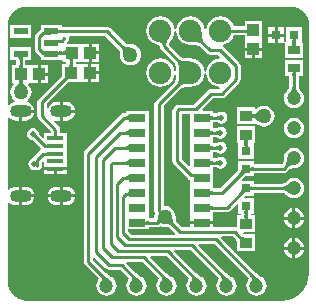
<source format=gtl>
G04*
G04 #@! TF.GenerationSoftware,Altium Limited,Altium Designer,20.2.6 (244)*
G04*
G04 Layer_Physical_Order=1*
G04 Layer_Color=255*
%FSLAX25Y25*%
%MOIN*%
G70*
G04*
G04 #@! TF.SameCoordinates,3022D20F-0E7D-494E-A21C-2806337C0760*
G04*
G04*
G04 #@! TF.FilePolarity,Positive*
G04*
G01*
G75*
%ADD12C,0.01000*%
%ADD17R,0.05512X0.01575*%
%ADD18R,0.05709X0.02559*%
%ADD19R,0.05118X0.02362*%
%ADD20R,0.03937X0.03150*%
%ADD21R,0.03937X0.03543*%
%ADD22R,0.03150X0.03150*%
%ADD23R,0.03150X0.03150*%
%ADD24R,0.03937X0.03937*%
%ADD25R,0.03937X0.03937*%
%ADD37O,0.07284X0.04134*%
%ADD38C,0.07480*%
%ADD39C,0.04724*%
%ADD40C,0.02000*%
%ADD41C,0.05000*%
G36*
X96536Y98862D02*
X97688Y98512D01*
X98750Y97944D01*
X99681Y97181D01*
X100444Y96250D01*
X101012Y95188D01*
X101362Y94036D01*
X101477Y92868D01*
X101471Y92838D01*
Y10000D01*
X101486Y9924D01*
X101321Y8246D01*
X100809Y6558D01*
X99978Y5004D01*
X98859Y3641D01*
X97496Y2522D01*
X95942Y1691D01*
X94254Y1180D01*
X92576Y1014D01*
X92500Y1029D01*
X7328D01*
X7296Y1023D01*
X6098Y1141D01*
X4914Y1500D01*
X3823Y2083D01*
X2867Y2867D01*
X2083Y3823D01*
X1500Y4914D01*
X1141Y6098D01*
X1023Y7296D01*
X1029Y7328D01*
Y33691D01*
X1529Y33861D01*
X1624Y33738D01*
X2265Y33246D01*
X3011Y32937D01*
X3811Y32832D01*
X4886D01*
Y35925D01*
Y39019D01*
X3811D01*
X3011Y38913D01*
X2265Y38604D01*
X1624Y38113D01*
X1529Y37990D01*
X1029Y38159D01*
Y61841D01*
X1529Y62011D01*
X1624Y61887D01*
X2265Y61396D01*
X3011Y61087D01*
X3811Y60981D01*
X4886D01*
Y64075D01*
X5386D01*
Y64575D01*
X9988D01*
X9949Y64875D01*
X9640Y65622D01*
X9148Y66262D01*
X8507Y66754D01*
X7761Y67063D01*
X7616Y67082D01*
X7476Y67605D01*
X7996Y68004D01*
X8557Y68735D01*
X8910Y69586D01*
X9030Y70500D01*
X8910Y71414D01*
X8557Y72265D01*
X7996Y72996D01*
X7950Y73032D01*
X7948Y73051D01*
X8164Y73532D01*
X8319Y73532D01*
X8681D01*
X8819Y73532D01*
X11150D01*
Y76500D01*
Y79469D01*
X8819D01*
X8681Y79469D01*
X8319D01*
X8181Y79469D01*
X6880D01*
Y81079D01*
X8941D01*
Y85441D01*
X1823D01*
Y81079D01*
X3821D01*
Y79469D01*
X2382D01*
Y73532D01*
X2844D01*
X3054Y73070D01*
X3050Y73032D01*
X3004Y72996D01*
X2443Y72265D01*
X2090Y71414D01*
X1970Y70500D01*
X2090Y69586D01*
X2443Y68735D01*
X3004Y68004D01*
X3491Y67630D01*
X3350Y67107D01*
X3011Y67063D01*
X2265Y66754D01*
X1624Y66262D01*
X1529Y66139D01*
X1029Y66309D01*
Y92838D01*
X1023Y92868D01*
X1138Y94036D01*
X1488Y95188D01*
X2056Y96250D01*
X2819Y97181D01*
X3750Y97944D01*
X4812Y98512D01*
X5964Y98862D01*
X7132Y98977D01*
X7162Y98971D01*
X95338D01*
X95368Y98977D01*
X96536Y98862D01*
D02*
G37*
G36*
X6255Y82093D02*
X6170Y82062D01*
X6095Y82012D01*
X6030Y81941D01*
X5975Y81850D01*
X5930Y81738D01*
X5895Y81607D01*
X5870Y81455D01*
X5855Y81283D01*
X5850Y81091D01*
X4850D01*
X4845Y81283D01*
X4830Y81455D01*
X4805Y81607D01*
X4770Y81738D01*
X4725Y81850D01*
X4670Y81941D01*
X4605Y82012D01*
X4530Y82062D01*
X4445Y82093D01*
X4350Y82103D01*
X6350D01*
X6255Y82093D01*
D02*
G37*
G36*
X5855Y79264D02*
X5870Y79092D01*
X5895Y78940D01*
X5930Y78809D01*
X5975Y78698D01*
X6030Y78606D01*
X6095Y78536D01*
X6170Y78485D01*
X6255Y78455D01*
X6350Y78444D01*
X4350D01*
X4445Y78455D01*
X4530Y78485D01*
X4605Y78536D01*
X4670Y78606D01*
X4725Y78698D01*
X4770Y78809D01*
X4805Y78940D01*
X4830Y79092D01*
X4845Y79264D01*
X4850Y79457D01*
X5850D01*
X5855Y79264D01*
D02*
G37*
G36*
X6405Y74545D02*
X6320Y74515D01*
X6245Y74464D01*
X6180Y74394D01*
X6125Y74303D01*
X6080Y74191D01*
X6048Y74072D01*
X6050Y74063D01*
X6112Y73860D01*
X6200Y73653D01*
X6312Y73439D01*
X6450Y73220D01*
X6612Y72995D01*
X6800Y72764D01*
X7250Y72285D01*
X3750D01*
X3988Y72527D01*
X4388Y72995D01*
X4550Y73220D01*
X4688Y73439D01*
X4800Y73653D01*
X4888Y73860D01*
X4950Y74063D01*
X4952Y74072D01*
X4920Y74191D01*
X4875Y74303D01*
X4820Y74394D01*
X4755Y74464D01*
X4680Y74515D01*
X4595Y74545D01*
X4500Y74555D01*
X6500D01*
X6405Y74545D01*
D02*
G37*
%LPC*%
G36*
X72000Y95781D02*
X70763Y95618D01*
X69609Y95140D01*
X68619Y94381D01*
X67860Y93391D01*
X67382Y92237D01*
X67252Y91252D01*
X66748D01*
X66618Y92237D01*
X66141Y93391D01*
X65381Y94381D01*
X64390Y95140D01*
X63237Y95618D01*
X62000Y95781D01*
X60763Y95618D01*
X59610Y95140D01*
X58619Y94381D01*
X57859Y93391D01*
X57382Y92237D01*
X57252Y91252D01*
X56748D01*
X56618Y92237D01*
X56141Y93391D01*
X55381Y94381D01*
X54391Y95140D01*
X53237Y95618D01*
X52000Y95781D01*
X50763Y95618D01*
X49610Y95140D01*
X48619Y94381D01*
X47859Y93391D01*
X47382Y92237D01*
X47219Y91000D01*
X47382Y89763D01*
X47859Y88609D01*
X48619Y87619D01*
X49610Y86860D01*
X50763Y86382D01*
X50943Y86358D01*
X51155Y86301D01*
X51331Y86236D01*
X51464Y86171D01*
X51557Y86110D01*
X51617Y86058D01*
X51654Y86014D01*
X51678Y85974D01*
X51697Y85926D01*
X51711Y85862D01*
Y85760D01*
X51722Y85703D01*
X51723Y85693D01*
X51728Y85673D01*
X51827Y85175D01*
X52158Y84679D01*
X56762Y80075D01*
X56772Y80064D01*
X56843Y79948D01*
X56922Y79776D01*
X57000Y79545D01*
X57073Y79258D01*
X57135Y78917D01*
X57183Y78534D01*
X57238Y77578D01*
X57239Y77353D01*
X56739Y77319D01*
X56618Y78237D01*
X56141Y79391D01*
X55381Y80381D01*
X54391Y81141D01*
X53237Y81618D01*
X52000Y81781D01*
X50763Y81618D01*
X49610Y81141D01*
X48619Y80381D01*
X47859Y79391D01*
X47382Y78237D01*
X47219Y77000D01*
X47382Y75763D01*
X47859Y74610D01*
X48619Y73619D01*
X49610Y72860D01*
X50763Y72382D01*
X52000Y72219D01*
X53237Y72382D01*
X54391Y72860D01*
X55381Y73619D01*
X56141Y74610D01*
X56618Y75763D01*
X56739Y76681D01*
X57239Y76647D01*
X57238Y76422D01*
X57183Y75466D01*
X57135Y75083D01*
X57073Y74742D01*
X57000Y74455D01*
X56922Y74224D01*
X56843Y74052D01*
X56772Y73936D01*
X56762Y73925D01*
X50419Y67581D01*
X50087Y67085D01*
X49971Y66500D01*
Y31036D01*
X50087Y30450D01*
X50217Y30256D01*
X50090Y29949D01*
X49970Y29035D01*
X49987Y28905D01*
X49657Y28529D01*
X48126D01*
Y29280D01*
X48126D01*
Y29721D01*
X48126D01*
Y34280D01*
X48126Y34280D01*
Y34721D01*
X48126D01*
X48126Y34780D01*
Y39279D01*
X48126D01*
Y39720D01*
X48126D01*
Y44280D01*
X48126D01*
Y44721D01*
X48126D01*
Y49279D01*
X48126D01*
Y49720D01*
X48126D01*
Y54280D01*
X48126D01*
Y54720D01*
X48126D01*
Y59280D01*
X48126D01*
Y59720D01*
X48126D01*
Y64280D01*
X40417D01*
Y63529D01*
X40000D01*
X39415Y63413D01*
X38919Y63081D01*
X26919Y51081D01*
X26587Y50585D01*
X26471Y50000D01*
Y14000D01*
X26587Y13415D01*
X26919Y12919D01*
X31357Y8480D01*
X31279Y8006D01*
X31251Y7941D01*
X31063Y7696D01*
X30724Y6878D01*
X30609Y6000D01*
X30724Y5122D01*
X31063Y4304D01*
X31602Y3602D01*
X32304Y3063D01*
X33122Y2724D01*
X34000Y2609D01*
X34878Y2724D01*
X35696Y3063D01*
X36398Y3602D01*
X36937Y4304D01*
X37276Y5122D01*
X37391Y6000D01*
X37276Y6878D01*
X36937Y7696D01*
X36398Y8398D01*
X35809Y8850D01*
X35793Y8866D01*
X35782Y8871D01*
X35696Y8937D01*
X35648Y8957D01*
X35507Y9043D01*
X34812Y9511D01*
X34419Y9808D01*
X33947Y10216D01*
X29529Y14634D01*
Y15240D01*
X29991Y15432D01*
X33605Y11818D01*
X34101Y11486D01*
X34687Y11370D01*
X38467D01*
X41357Y8480D01*
X41279Y8006D01*
X41251Y7941D01*
X41063Y7696D01*
X40724Y6878D01*
X40609Y6000D01*
X40724Y5122D01*
X41063Y4304D01*
X41602Y3602D01*
X42304Y3063D01*
X43122Y2724D01*
X44000Y2609D01*
X44878Y2724D01*
X45696Y3063D01*
X46398Y3602D01*
X46937Y4304D01*
X47276Y5122D01*
X47391Y6000D01*
X47276Y6878D01*
X46937Y7696D01*
X46398Y8398D01*
X45810Y8850D01*
X45793Y8866D01*
X45782Y8871D01*
X45696Y8937D01*
X45648Y8957D01*
X45507Y9043D01*
X44812Y9511D01*
X44419Y9808D01*
X43947Y10216D01*
X40654Y13509D01*
X40846Y13971D01*
X45867D01*
X51357Y8480D01*
X51279Y8006D01*
X51251Y7941D01*
X51063Y7696D01*
X50724Y6878D01*
X50609Y6000D01*
X50724Y5122D01*
X51063Y4304D01*
X51602Y3602D01*
X52304Y3063D01*
X53122Y2724D01*
X54000Y2609D01*
X54878Y2724D01*
X55696Y3063D01*
X56398Y3602D01*
X56937Y4304D01*
X57276Y5122D01*
X57391Y6000D01*
X57276Y6878D01*
X56937Y7696D01*
X56398Y8398D01*
X55809Y8850D01*
X55793Y8866D01*
X55782Y8871D01*
X55696Y8937D01*
X55648Y8957D01*
X55507Y9043D01*
X54812Y9511D01*
X54419Y9808D01*
X53947Y10216D01*
X48654Y15509D01*
X48846Y15971D01*
X53866D01*
X61357Y8480D01*
X61279Y8006D01*
X61251Y7941D01*
X61063Y7696D01*
X60724Y6878D01*
X60609Y6000D01*
X60724Y5122D01*
X61063Y4304D01*
X61602Y3602D01*
X62304Y3063D01*
X63122Y2724D01*
X64000Y2609D01*
X64878Y2724D01*
X65696Y3063D01*
X66398Y3602D01*
X66937Y4304D01*
X67276Y5122D01*
X67391Y6000D01*
X67276Y6878D01*
X66937Y7696D01*
X66398Y8398D01*
X65810Y8850D01*
X65793Y8866D01*
X65782Y8871D01*
X65696Y8937D01*
X65648Y8957D01*
X65507Y9043D01*
X64812Y9511D01*
X64419Y9808D01*
X63947Y10216D01*
X56654Y17509D01*
X56846Y17971D01*
X61866D01*
X71357Y8480D01*
X71279Y8006D01*
X71251Y7941D01*
X71063Y7696D01*
X70724Y6878D01*
X70609Y6000D01*
X70724Y5122D01*
X71063Y4304D01*
X71602Y3602D01*
X72304Y3063D01*
X73122Y2724D01*
X74000Y2609D01*
X74878Y2724D01*
X75696Y3063D01*
X76398Y3602D01*
X76937Y4304D01*
X77276Y5122D01*
X77391Y6000D01*
X77276Y6878D01*
X76937Y7696D01*
X76398Y8398D01*
X75810Y8850D01*
X75793Y8866D01*
X75782Y8871D01*
X75696Y8937D01*
X75648Y8957D01*
X75507Y9043D01*
X74812Y9511D01*
X74419Y9808D01*
X73947Y10216D01*
X64654Y19509D01*
X64846Y19971D01*
X69867D01*
X81357Y8480D01*
X81279Y8006D01*
X81251Y7941D01*
X81063Y7696D01*
X80724Y6878D01*
X80609Y6000D01*
X80724Y5122D01*
X81063Y4304D01*
X81602Y3602D01*
X82304Y3063D01*
X83122Y2724D01*
X84000Y2609D01*
X84878Y2724D01*
X85696Y3063D01*
X86398Y3602D01*
X86937Y4304D01*
X87276Y5122D01*
X87391Y6000D01*
X87276Y6878D01*
X86937Y7696D01*
X86398Y8398D01*
X85809Y8850D01*
X85793Y8866D01*
X85782Y8871D01*
X85696Y8937D01*
X85648Y8957D01*
X85507Y9043D01*
X84812Y9511D01*
X84419Y9808D01*
X83947Y10216D01*
X72226Y21937D01*
X72417Y22399D01*
X76092D01*
X77287Y21204D01*
X77435Y21045D01*
X77531Y20924D01*
Y17579D01*
X83469D01*
Y23122D01*
X79760D01*
X79510Y23412D01*
X79710Y23878D01*
X83469D01*
Y29421D01*
X82029D01*
Y29972D01*
X83075D01*
Y35122D01*
X80103D01*
X79904Y35588D01*
X80153Y35878D01*
X80313D01*
X80351Y35870D01*
X80390Y35878D01*
X83075D01*
Y36971D01*
X92856D01*
X92907Y36961D01*
X92999Y36934D01*
X93109Y36889D01*
X93237Y36823D01*
X93380Y36734D01*
X93528Y36630D01*
X93902Y36312D01*
X94060Y36157D01*
X94102Y36102D01*
X94804Y35563D01*
X95622Y35224D01*
X96500Y35109D01*
X97378Y35224D01*
X98196Y35563D01*
X98898Y36102D01*
X99437Y36804D01*
X99776Y37622D01*
X99891Y38500D01*
X99776Y39378D01*
X99437Y40196D01*
X98898Y40898D01*
X98196Y41437D01*
X97378Y41776D01*
X96500Y41891D01*
X95622Y41776D01*
X94804Y41437D01*
X94102Y40898D01*
X94066Y40850D01*
X93701Y40509D01*
X93539Y40378D01*
X93380Y40266D01*
X93237Y40177D01*
X93109Y40111D01*
X92999Y40066D01*
X92907Y40039D01*
X92856Y40029D01*
X83075D01*
Y41028D01*
X79296D01*
X79105Y41489D01*
X79843Y42228D01*
X80003Y42376D01*
X80123Y42472D01*
X83075D01*
Y43518D01*
X93047D01*
X93633Y43634D01*
X94129Y43966D01*
X95004Y44842D01*
X95048Y44871D01*
X95132Y44917D01*
X95242Y44963D01*
X95378Y45007D01*
X95543Y45046D01*
X95721Y45076D01*
X96210Y45115D01*
X96432Y45118D01*
X96500Y45109D01*
X97378Y45224D01*
X98196Y45563D01*
X98898Y46102D01*
X99437Y46804D01*
X99776Y47622D01*
X99891Y48500D01*
X99776Y49378D01*
X99437Y50196D01*
X98898Y50898D01*
X98196Y51437D01*
X97378Y51776D01*
X96500Y51891D01*
X95622Y51776D01*
X94804Y51437D01*
X94102Y50898D01*
X93563Y50196D01*
X93224Y49378D01*
X93109Y48500D01*
X93117Y48441D01*
X93100Y47941D01*
X93078Y47734D01*
X93046Y47543D01*
X93007Y47378D01*
X92963Y47242D01*
X92917Y47132D01*
X92871Y47048D01*
X92842Y47004D01*
X92414Y46577D01*
X83075D01*
Y47622D01*
X77925D01*
Y44672D01*
X77718Y44428D01*
X71819Y38529D01*
X69583D01*
Y39220D01*
X69583Y39279D01*
Y39720D01*
X69583Y39779D01*
Y44221D01*
X69583Y44280D01*
X69583D01*
Y44721D01*
X69583D01*
Y45471D01*
X70689D01*
X71220Y45116D01*
X72000Y44961D01*
X72780Y45116D01*
X73442Y45558D01*
X73884Y46220D01*
X74039Y47000D01*
X73884Y47780D01*
X73442Y48442D01*
X72780Y48884D01*
X72000Y49039D01*
X71220Y48884D01*
X70689Y48529D01*
X69583D01*
Y49220D01*
X69583Y49279D01*
Y49720D01*
X69583Y49779D01*
Y50471D01*
X70689D01*
X71220Y50116D01*
X72000Y49961D01*
X72780Y50116D01*
X73442Y50558D01*
X73884Y51220D01*
X74039Y52000D01*
X73884Y52780D01*
X73442Y53442D01*
X72780Y53884D01*
X72000Y54039D01*
X71220Y53884D01*
X70689Y53529D01*
X69583D01*
Y54220D01*
X69583Y54280D01*
Y54720D01*
X69583Y54779D01*
Y55471D01*
X70689D01*
X71220Y55116D01*
X72000Y54961D01*
X72780Y55116D01*
X73442Y55558D01*
X73884Y56220D01*
X74039Y57000D01*
X73884Y57780D01*
X73442Y58442D01*
X72780Y58884D01*
X72000Y59039D01*
X71220Y58884D01*
X70689Y58529D01*
X69583D01*
Y59220D01*
X69583Y59280D01*
Y59720D01*
X69583Y59780D01*
Y60471D01*
X70933D01*
X71464Y60116D01*
X72244Y59961D01*
X73024Y60116D01*
X73686Y60558D01*
X74128Y61220D01*
X74283Y62000D01*
X74128Y62780D01*
X73686Y63442D01*
X73024Y63884D01*
X72244Y64039D01*
X71464Y63884D01*
X70933Y63529D01*
X69583D01*
Y64280D01*
X66096D01*
X65904Y64741D01*
X69634Y68471D01*
X72500D01*
X73085Y68587D01*
X73581Y68919D01*
X78322Y73659D01*
X78653Y74155D01*
X78770Y74740D01*
Y79171D01*
X78653Y79756D01*
X78322Y80252D01*
X73027Y85547D01*
X72648Y85800D01*
X72714Y86313D01*
X73237Y86382D01*
X74391Y86860D01*
X75381Y87619D01*
X76140Y88609D01*
X76497Y89471D01*
X80032D01*
Y88319D01*
X80032Y88181D01*
Y87819D01*
X80032Y87681D01*
Y85350D01*
X83000D01*
X85969D01*
Y87681D01*
X85969Y87819D01*
Y88181D01*
X85969Y88319D01*
Y94118D01*
X80032D01*
Y92529D01*
X76497D01*
X76140Y93391D01*
X75381Y94381D01*
X74391Y95140D01*
X73237Y95618D01*
X72000Y95781D01*
D02*
G37*
G36*
X93122Y92075D02*
X91047D01*
Y90000D01*
X93122D01*
Y92075D01*
D02*
G37*
G36*
X90047D02*
X87972D01*
Y90000D01*
X90047D01*
Y92075D01*
D02*
G37*
G36*
X8941Y92921D02*
X1823D01*
Y88559D01*
X8941D01*
Y92921D01*
D02*
G37*
G36*
X99028Y92075D02*
X93878D01*
Y87374D01*
X93750Y87229D01*
X93608Y87165D01*
X93305Y87304D01*
X93122Y87464D01*
Y89000D01*
X91047D01*
Y86925D01*
X92735D01*
X93032Y86925D01*
X93122Y86925D01*
X93486Y86731D01*
X93532Y86591D01*
X93532Y86707D01*
X93532Y86707D01*
X93532Y86518D01*
Y81831D01*
X99468D01*
Y86980D01*
X99028D01*
Y92075D01*
D02*
G37*
G36*
X90047Y89000D02*
X87972D01*
Y86925D01*
X90047D01*
Y89000D01*
D02*
G37*
G36*
X29150Y86618D02*
Y84150D01*
X31618D01*
Y86618D01*
X29150D01*
D02*
G37*
G36*
X85969Y84350D02*
X83500D01*
Y81882D01*
X85969D01*
Y84350D01*
D02*
G37*
G36*
X82500D02*
X80032D01*
Y81882D01*
X82500D01*
Y84350D01*
D02*
G37*
G36*
X31618Y83150D02*
X29150D01*
Y80681D01*
X31618D01*
Y83150D01*
D02*
G37*
G36*
X19177Y92921D02*
X12059D01*
Y91357D01*
X11734Y91141D01*
X10478Y89884D01*
X10146Y89388D01*
X10030Y88802D01*
Y84941D01*
X10146Y84356D01*
X10478Y83859D01*
X11919Y82419D01*
X12059Y82325D01*
Y81079D01*
X19177D01*
X19382Y80681D01*
X20671D01*
Y79969D01*
X19232D01*
Y76496D01*
X19225Y76458D01*
X19232Y76420D01*
Y76233D01*
X19022Y75984D01*
X11419Y68381D01*
X11087Y67884D01*
X10971Y67299D01*
Y62500D01*
X11087Y61915D01*
X11419Y61419D01*
X15432Y57405D01*
X15377Y56905D01*
X13244D01*
Y55572D01*
X12782Y55381D01*
X11508Y56654D01*
X11384Y57280D01*
X10942Y57942D01*
X10280Y58384D01*
X9500Y58539D01*
X8720Y58384D01*
X8058Y57942D01*
X7616Y57280D01*
X7461Y56500D01*
X7616Y55720D01*
X8058Y55058D01*
X8720Y54616D01*
X9346Y54492D01*
X12060Y51777D01*
X11997Y51134D01*
X11919Y51081D01*
X9919Y49081D01*
X9587Y48585D01*
X9561Y48452D01*
X9220Y48384D01*
X8558Y47942D01*
X8116Y47280D01*
X7961Y46500D01*
X8116Y45720D01*
X8558Y45058D01*
X9220Y44616D01*
X10000Y44461D01*
X10525Y44565D01*
X11000Y44471D01*
X11585Y44587D01*
X12081Y44919D01*
X12413Y45415D01*
X12529Y46000D01*
Y47219D01*
X12744Y47385D01*
X13244Y47140D01*
Y45382D01*
X17000D01*
X20756D01*
Y45654D01*
Y48213D01*
Y50772D01*
Y53331D01*
Y56905D01*
X18529D01*
Y58000D01*
X18413Y58585D01*
X18081Y59081D01*
X16579Y60584D01*
X16812Y61058D01*
X17393Y60981D01*
X18468D01*
Y64075D01*
Y67168D01*
X17393D01*
X16593Y67063D01*
X15846Y66754D01*
X15206Y66262D01*
X14714Y65622D01*
X14529Y65175D01*
X14029Y65275D01*
Y66666D01*
X21146Y73782D01*
X21306Y73931D01*
X21427Y74028D01*
X21432Y74032D01*
X21620D01*
X21658Y74024D01*
X21697Y74032D01*
X25032D01*
X25169Y74032D01*
X25532D01*
X25669Y74032D01*
X28000D01*
Y77000D01*
Y79969D01*
X25669D01*
X25532Y79969D01*
X25169D01*
X25032Y79969D01*
X23730D01*
Y80681D01*
X25181D01*
X25319Y80681D01*
X25681D01*
X25819Y80681D01*
X28150D01*
Y83650D01*
X28650D01*
D01*
X28150D01*
Y86618D01*
X25819D01*
X25681Y86618D01*
X25319D01*
X25181Y86618D01*
X20934D01*
X20743Y87080D01*
X21081Y87419D01*
X21413Y87915D01*
X21529Y88500D01*
X21487Y88711D01*
X21885Y89211D01*
X33626D01*
X38182Y84655D01*
X38217Y84604D01*
X38265Y84512D01*
X38315Y84390D01*
X38362Y84238D01*
X38404Y84056D01*
X38436Y83857D01*
X38478Y83320D01*
X38480Y83077D01*
X38470Y83000D01*
X38590Y82086D01*
X38943Y81235D01*
X39504Y80504D01*
X40235Y79943D01*
X41086Y79590D01*
X42000Y79470D01*
X42914Y79590D01*
X43765Y79943D01*
X44496Y80504D01*
X45057Y81235D01*
X45410Y82086D01*
X45530Y83000D01*
X45410Y83914D01*
X45057Y84765D01*
X44496Y85496D01*
X43765Y86057D01*
X42914Y86410D01*
X42000Y86530D01*
X41932Y86521D01*
X41387Y86538D01*
X41156Y86562D01*
X40944Y86596D01*
X40762Y86638D01*
X40610Y86685D01*
X40488Y86734D01*
X40396Y86783D01*
X40345Y86818D01*
X35341Y91822D01*
X34845Y92153D01*
X34260Y92269D01*
X19177D01*
Y92921D01*
D02*
G37*
G36*
X29000Y79969D02*
Y77500D01*
X31468D01*
Y79969D01*
X29000D01*
D02*
G37*
G36*
X12150Y79469D02*
Y77000D01*
X14618D01*
Y79469D01*
X12150D01*
D02*
G37*
G36*
X31468Y76500D02*
X29000D01*
Y74032D01*
X31468D01*
Y76500D01*
D02*
G37*
G36*
X14618Y76000D02*
X12150D01*
Y73532D01*
X14618D01*
Y76000D01*
D02*
G37*
G36*
X99468Y81075D02*
X93532D01*
Y75925D01*
X94971D01*
Y72145D01*
X94961Y72093D01*
X94934Y72001D01*
X94889Y71891D01*
X94823Y71763D01*
X94734Y71620D01*
X94630Y71472D01*
X94312Y71098D01*
X94157Y70940D01*
X94102Y70898D01*
X93563Y70196D01*
X93224Y69378D01*
X93109Y68500D01*
X93224Y67622D01*
X93563Y66804D01*
X94102Y66102D01*
X94804Y65563D01*
X95622Y65224D01*
X96500Y65109D01*
X97378Y65224D01*
X98196Y65563D01*
X98898Y66102D01*
X99437Y66804D01*
X99776Y67622D01*
X99891Y68500D01*
X99776Y69378D01*
X99437Y70196D01*
X98898Y70898D01*
X98850Y70934D01*
X98509Y71299D01*
X98378Y71461D01*
X98266Y71620D01*
X98177Y71763D01*
X98111Y71891D01*
X98066Y72001D01*
X98039Y72093D01*
X98029Y72145D01*
Y75925D01*
X99468D01*
Y81075D01*
D02*
G37*
G36*
X86500Y66030D02*
X85586Y65910D01*
X84735Y65557D01*
X84004Y64996D01*
X83969Y64950D01*
X83949Y64948D01*
X83469Y65164D01*
Y65421D01*
X77531D01*
Y59878D01*
X83469D01*
Y59878D01*
X83926Y60054D01*
X83969Y60050D01*
X84004Y60004D01*
X84735Y59443D01*
X85586Y59090D01*
X86500Y58970D01*
X87414Y59090D01*
X88265Y59443D01*
X88996Y60004D01*
X89557Y60735D01*
X89910Y61586D01*
X90030Y62500D01*
X89910Y63414D01*
X89557Y64265D01*
X88996Y64996D01*
X88265Y65557D01*
X87414Y65910D01*
X86500Y66030D01*
D02*
G37*
G36*
X20543Y67168D02*
X19468D01*
Y64575D01*
X23570D01*
X23531Y64875D01*
X23222Y65622D01*
X22730Y66262D01*
X22090Y66754D01*
X21343Y67063D01*
X20543Y67168D01*
D02*
G37*
G36*
X23570Y63575D02*
X19468D01*
Y60981D01*
X20543D01*
X21343Y61087D01*
X22090Y61396D01*
X22730Y61887D01*
X23222Y62528D01*
X23531Y63274D01*
X23570Y63575D01*
D02*
G37*
G36*
X9988D02*
X5886D01*
Y60981D01*
X6961D01*
X7761Y61087D01*
X8507Y61396D01*
X9148Y61887D01*
X9640Y62528D01*
X9949Y63274D01*
X9988Y63575D01*
D02*
G37*
G36*
X96500Y61891D02*
X95622Y61776D01*
X94804Y61437D01*
X94102Y60898D01*
X93563Y60196D01*
X93224Y59378D01*
X93109Y58500D01*
X93224Y57622D01*
X93563Y56804D01*
X94102Y56102D01*
X94804Y55563D01*
X95622Y55224D01*
X96500Y55109D01*
X97378Y55224D01*
X98196Y55563D01*
X98898Y56102D01*
X99437Y56804D01*
X99776Y57622D01*
X99891Y58500D01*
X99776Y59378D01*
X99437Y60196D01*
X98898Y60898D01*
X98196Y61437D01*
X97378Y61776D01*
X96500Y61891D01*
D02*
G37*
G36*
X83469Y59122D02*
X77531D01*
Y53579D01*
X77925Y53527D01*
Y48378D01*
X83075D01*
Y53527D01*
X83469Y53579D01*
Y59122D01*
D02*
G37*
G36*
X20756Y44382D02*
X17500D01*
Y43095D01*
X20756D01*
Y44382D01*
D02*
G37*
G36*
X16500D02*
X13244D01*
Y43095D01*
X16500D01*
Y44382D01*
D02*
G37*
G36*
X20543Y39019D02*
X19468D01*
Y36425D01*
X23570D01*
X23531Y36726D01*
X23222Y37472D01*
X22730Y38113D01*
X22090Y38604D01*
X21343Y38913D01*
X20543Y39019D01*
D02*
G37*
G36*
X6961D02*
X5886D01*
Y36425D01*
X9988D01*
X9949Y36726D01*
X9640Y37472D01*
X9148Y38113D01*
X8507Y38604D01*
X7761Y38913D01*
X6961Y39019D01*
D02*
G37*
G36*
X18468D02*
X17393D01*
X16593Y38913D01*
X15846Y38604D01*
X15206Y38113D01*
X14714Y37472D01*
X14405Y36726D01*
X14366Y36425D01*
X18468D01*
Y39019D01*
D02*
G37*
G36*
X23570Y35425D02*
X19468D01*
Y32832D01*
X20543D01*
X21343Y32937D01*
X22090Y33246D01*
X22730Y33738D01*
X23222Y34378D01*
X23531Y35125D01*
X23570Y35425D01*
D02*
G37*
G36*
X18468D02*
X14366D01*
X14405Y35125D01*
X14714Y34378D01*
X15206Y33738D01*
X15846Y33246D01*
X16593Y32937D01*
X17393Y32832D01*
X18468D01*
Y35425D01*
D02*
G37*
G36*
X9988D02*
X5886D01*
Y32832D01*
X6961D01*
X7761Y32937D01*
X8507Y33246D01*
X9148Y33738D01*
X9640Y34378D01*
X9949Y35125D01*
X9988Y35425D01*
D02*
G37*
G36*
X97000Y31825D02*
Y29000D01*
X99825D01*
X99776Y29378D01*
X99437Y30196D01*
X98898Y30898D01*
X98196Y31437D01*
X97378Y31776D01*
X97000Y31825D01*
D02*
G37*
G36*
X96000D02*
X95622Y31776D01*
X94804Y31437D01*
X94102Y30898D01*
X93563Y30196D01*
X93224Y29378D01*
X93175Y29000D01*
X96000D01*
Y31825D01*
D02*
G37*
G36*
X99825Y28000D02*
X97000D01*
Y25175D01*
X97378Y25224D01*
X98196Y25563D01*
X98898Y26102D01*
X99437Y26804D01*
X99776Y27622D01*
X99825Y28000D01*
D02*
G37*
G36*
X96000D02*
X93175D01*
X93224Y27622D01*
X93563Y26804D01*
X94102Y26102D01*
X94804Y25563D01*
X95622Y25224D01*
X96000Y25175D01*
Y28000D01*
D02*
G37*
G36*
X97000Y21825D02*
Y19000D01*
X99825D01*
X99776Y19378D01*
X99437Y20196D01*
X98898Y20898D01*
X98196Y21437D01*
X97378Y21776D01*
X97000Y21825D01*
D02*
G37*
G36*
X96000D02*
X95622Y21776D01*
X94804Y21437D01*
X94102Y20898D01*
X93563Y20196D01*
X93224Y19378D01*
X93175Y19000D01*
X96000D01*
Y21825D01*
D02*
G37*
G36*
X99825Y18000D02*
X97000D01*
Y15175D01*
X97378Y15224D01*
X98196Y15563D01*
X98898Y16102D01*
X99437Y16804D01*
X99776Y17622D01*
X99825Y18000D01*
D02*
G37*
G36*
X96000D02*
X93175D01*
X93224Y17622D01*
X93563Y16804D01*
X94102Y16102D01*
X94804Y15563D01*
X95622Y15224D01*
X96000Y15175D01*
Y18000D01*
D02*
G37*
%LPD*%
G36*
X65743Y90391D02*
X65801Y89373D01*
X65857Y88928D01*
X65930Y88525D01*
X66021Y88165D01*
X66130Y87847D01*
X66256Y87571D01*
X66400Y87337D01*
X66561Y87146D01*
X65854Y86439D01*
X65663Y86600D01*
X65429Y86744D01*
X65153Y86870D01*
X64835Y86979D01*
X64474Y87069D01*
X64072Y87143D01*
X63626Y87199D01*
X62609Y87257D01*
X62037Y87260D01*
X65740Y90963D01*
X65743Y90391D01*
D02*
G37*
G36*
X54706Y88378D02*
X54324Y87783D01*
X54169Y87489D01*
X54038Y87196D01*
X53931Y86905D01*
X53847Y86616D01*
X53788Y86329D01*
X53752Y86044D01*
X53740Y85760D01*
X52740D01*
X52724Y85998D01*
X52677Y86219D01*
X52598Y86422D01*
X52488Y86607D01*
X52346Y86775D01*
X52173Y86926D01*
X51968Y87059D01*
X51732Y87175D01*
X51464Y87273D01*
X51165Y87354D01*
X54932Y88678D01*
X54706Y88378D01*
D02*
G37*
G36*
X57382Y89763D02*
X57859Y88609D01*
X58619Y87619D01*
X59610Y86860D01*
X60763Y86382D01*
X62000Y86219D01*
X62159Y86240D01*
X62578Y86238D01*
X63534Y86183D01*
X63917Y86135D01*
X64258Y86072D01*
X64545Y86000D01*
X64776Y85922D01*
X64948Y85843D01*
X65064Y85772D01*
X65075Y85762D01*
X67453Y83384D01*
X67949Y83052D01*
X68535Y82936D01*
X71312D01*
X71984Y82263D01*
X71788Y81753D01*
X70763Y81618D01*
X69609Y81141D01*
X68619Y80381D01*
X67860Y79391D01*
X67382Y78237D01*
X67252Y77252D01*
X66748D01*
X66618Y78237D01*
X66141Y79391D01*
X65381Y80381D01*
X64390Y81141D01*
X63237Y81618D01*
X62000Y81781D01*
X61841Y81760D01*
X61422Y81762D01*
X60466Y81817D01*
X60083Y81865D01*
X59742Y81928D01*
X59455Y82000D01*
X59224Y82078D01*
X59052Y82157D01*
X58936Y82228D01*
X58925Y82238D01*
X54830Y86333D01*
X54838Y86371D01*
X54900Y86587D01*
X54983Y86810D01*
X55086Y87042D01*
X55206Y87270D01*
X55543Y87795D01*
X55746Y88064D01*
X55787Y88149D01*
X56141Y88609D01*
X56618Y89763D01*
X56748Y90748D01*
X57252D01*
X57382Y89763D01*
D02*
G37*
G36*
X58337Y81400D02*
X58571Y81256D01*
X58847Y81130D01*
X59165Y81021D01*
X59526Y80931D01*
X59928Y80857D01*
X60374Y80801D01*
X61391Y80743D01*
X61963Y80740D01*
X58260Y77037D01*
X58257Y77609D01*
X58199Y78627D01*
X58143Y79072D01*
X58069Y79475D01*
X57979Y79835D01*
X57870Y80153D01*
X57744Y80429D01*
X57600Y80663D01*
X57439Y80854D01*
X58146Y81561D01*
X58337Y81400D01*
D02*
G37*
G36*
X61963Y73260D02*
X61391Y73257D01*
X60374Y73199D01*
X59928Y73143D01*
X59526Y73070D01*
X59165Y72979D01*
X58847Y72870D01*
X58571Y72744D01*
X58337Y72600D01*
X58146Y72439D01*
X57439Y73146D01*
X57600Y73337D01*
X57744Y73571D01*
X57870Y73847D01*
X57979Y74165D01*
X58069Y74525D01*
X58143Y74928D01*
X58199Y75374D01*
X58257Y76391D01*
X58260Y76963D01*
X61963Y73260D01*
D02*
G37*
G36*
X67382Y75763D02*
X67860Y74610D01*
X68619Y73619D01*
X69609Y72860D01*
X70763Y72382D01*
X71602Y72271D01*
X71838Y71750D01*
X71675Y71529D01*
X69000D01*
X68415Y71413D01*
X67919Y71081D01*
X63146Y66309D01*
X58086D01*
X57500Y66193D01*
X57004Y65861D01*
X56419Y65275D01*
X56087Y64779D01*
X55971Y64194D01*
Y47500D01*
X56087Y46915D01*
X56419Y46419D01*
X61155Y41682D01*
X61651Y41350D01*
X61874Y41306D01*
Y39779D01*
X61874Y39720D01*
Y39279D01*
X61874Y39220D01*
Y34721D01*
X61874D01*
Y34280D01*
X61874D01*
Y29721D01*
X61874D01*
Y29280D01*
X61874D01*
Y27500D01*
X65728D01*
X69583D01*
Y29280D01*
X69583D01*
Y29721D01*
X69583D01*
Y30471D01*
X74047D01*
X74633Y30587D01*
X75129Y30919D01*
X77463Y33253D01*
X77925Y33062D01*
Y29972D01*
X78971D01*
Y29421D01*
X77531D01*
Y25749D01*
X77031Y25397D01*
X76725Y25458D01*
X69583D01*
Y26500D01*
X65728D01*
X61874D01*
Y25458D01*
X59241D01*
X57318Y27381D01*
X57283Y27431D01*
X57235Y27524D01*
X57185Y27645D01*
X57138Y27797D01*
X57096Y27979D01*
X57064Y28179D01*
X57022Y28716D01*
X57020Y28958D01*
X57030Y29035D01*
X56910Y29949D01*
X56557Y30801D01*
X55996Y31532D01*
X55265Y32093D01*
X54414Y32445D01*
X53500Y32566D01*
X53405Y32553D01*
X53029Y32883D01*
Y65867D01*
X58925Y71762D01*
X58936Y71772D01*
X59052Y71843D01*
X59224Y71922D01*
X59455Y72000D01*
X59742Y72072D01*
X60083Y72135D01*
X60466Y72183D01*
X61422Y72238D01*
X61841Y72240D01*
X62000Y72219D01*
X63237Y72382D01*
X64390Y72860D01*
X65381Y73619D01*
X66141Y74610D01*
X66618Y75763D01*
X66748Y76748D01*
X67252D01*
X67382Y75763D01*
D02*
G37*
G36*
X71530Y61300D02*
X71487Y61338D01*
X71437Y61372D01*
X71380Y61402D01*
X71315Y61428D01*
X71244Y61450D01*
X71165Y61468D01*
X71079Y61482D01*
X70986Y61492D01*
X70778Y61500D01*
Y62500D01*
X70886Y62502D01*
X71079Y62518D01*
X71165Y62532D01*
X71244Y62550D01*
X71315Y62572D01*
X71380Y62598D01*
X71437Y62628D01*
X71487Y62662D01*
X71530Y62700D01*
Y61300D01*
D02*
G37*
G36*
X68569Y62905D02*
X68599Y62820D01*
X68650Y62745D01*
X68721Y62680D01*
X68812Y62625D01*
X68923Y62580D01*
X69055Y62545D01*
X69206Y62520D01*
X69378Y62505D01*
X69571Y62500D01*
Y61500D01*
X69378Y61495D01*
X69206Y61480D01*
X69055Y61455D01*
X68923Y61420D01*
X68812Y61375D01*
X68721Y61320D01*
X68650Y61255D01*
X68599Y61180D01*
X68569Y61095D01*
X68559Y61000D01*
Y63000D01*
X68569Y62905D01*
D02*
G37*
G36*
X41429Y61000D02*
X41419Y61095D01*
X41389Y61180D01*
X41339Y61255D01*
X41269Y61320D01*
X41179Y61375D01*
X41069Y61420D01*
X40939Y61455D01*
X40789Y61480D01*
X40619Y61495D01*
X40429Y61500D01*
Y62500D01*
X40619Y62505D01*
X40789Y62520D01*
X40939Y62545D01*
X41069Y62580D01*
X41179Y62625D01*
X41269Y62680D01*
X41339Y62745D01*
X41389Y62820D01*
X41419Y62905D01*
X41429Y63000D01*
Y61000D01*
D02*
G37*
G36*
X71286Y56300D02*
X71243Y56338D01*
X71193Y56372D01*
X71136Y56402D01*
X71071Y56428D01*
X71000Y56450D01*
X70921Y56468D01*
X70835Y56482D01*
X70742Y56492D01*
X70534Y56500D01*
Y57500D01*
X70641Y57502D01*
X70835Y57518D01*
X70921Y57532D01*
X71000Y57550D01*
X71071Y57572D01*
X71136Y57598D01*
X71193Y57628D01*
X71243Y57662D01*
X71286Y57700D01*
Y56300D01*
D02*
G37*
G36*
X68569Y57905D02*
X68599Y57820D01*
X68650Y57745D01*
X68721Y57680D01*
X68812Y57625D01*
X68923Y57580D01*
X69055Y57545D01*
X69206Y57520D01*
X69378Y57505D01*
X69571Y57500D01*
Y56500D01*
X69378Y56495D01*
X69206Y56480D01*
X69055Y56455D01*
X68923Y56420D01*
X68812Y56375D01*
X68721Y56320D01*
X68650Y56255D01*
X68599Y56180D01*
X68569Y56095D01*
X68559Y56000D01*
Y58000D01*
X68569Y57905D01*
D02*
G37*
G36*
X41429Y56000D02*
X41419Y56095D01*
X41389Y56180D01*
X41339Y56255D01*
X41269Y56320D01*
X41179Y56375D01*
X41069Y56420D01*
X40939Y56455D01*
X40789Y56480D01*
X40619Y56495D01*
X40429Y56500D01*
Y57500D01*
X40619Y57505D01*
X40789Y57520D01*
X40939Y57545D01*
X41069Y57580D01*
X41179Y57625D01*
X41269Y57680D01*
X41339Y57745D01*
X41389Y57820D01*
X41419Y57905D01*
X41429Y58000D01*
Y56000D01*
D02*
G37*
G36*
X71286Y51300D02*
X71243Y51338D01*
X71193Y51372D01*
X71136Y51402D01*
X71071Y51428D01*
X71000Y51450D01*
X70921Y51468D01*
X70835Y51482D01*
X70742Y51492D01*
X70534Y51500D01*
Y52500D01*
X70641Y52502D01*
X70835Y52518D01*
X70921Y52532D01*
X71000Y52550D01*
X71071Y52572D01*
X71136Y52598D01*
X71193Y52628D01*
X71243Y52662D01*
X71286Y52700D01*
Y51300D01*
D02*
G37*
G36*
X68569Y52905D02*
X68599Y52820D01*
X68650Y52745D01*
X68721Y52680D01*
X68812Y52625D01*
X68923Y52580D01*
X69055Y52545D01*
X69206Y52520D01*
X69378Y52505D01*
X69571Y52500D01*
Y51500D01*
X69378Y51495D01*
X69206Y51480D01*
X69055Y51455D01*
X68923Y51420D01*
X68812Y51375D01*
X68721Y51320D01*
X68650Y51255D01*
X68599Y51180D01*
X68569Y51095D01*
X68559Y51000D01*
Y53000D01*
X68569Y52905D01*
D02*
G37*
G36*
X41429Y51000D02*
X41419Y51095D01*
X41389Y51180D01*
X41339Y51255D01*
X41269Y51320D01*
X41179Y51375D01*
X41069Y51420D01*
X40939Y51455D01*
X40789Y51480D01*
X40619Y51495D01*
X40429Y51500D01*
Y52500D01*
X40619Y52505D01*
X40789Y52520D01*
X40939Y52545D01*
X41069Y52580D01*
X41179Y52625D01*
X41269Y52680D01*
X41339Y52745D01*
X41389Y52820D01*
X41419Y52905D01*
X41429Y53000D01*
Y51000D01*
D02*
G37*
G36*
X71286Y46300D02*
X71243Y46338D01*
X71193Y46372D01*
X71136Y46402D01*
X71071Y46428D01*
X71000Y46450D01*
X70921Y46468D01*
X70835Y46482D01*
X70742Y46492D01*
X70534Y46500D01*
Y47500D01*
X70641Y47502D01*
X70835Y47518D01*
X70921Y47532D01*
X71000Y47550D01*
X71071Y47572D01*
X71136Y47598D01*
X71193Y47628D01*
X71243Y47662D01*
X71286Y47700D01*
Y46300D01*
D02*
G37*
G36*
X68569Y47905D02*
X68599Y47820D01*
X68650Y47745D01*
X68721Y47680D01*
X68812Y47625D01*
X68923Y47580D01*
X69055Y47545D01*
X69206Y47520D01*
X69378Y47505D01*
X69571Y47500D01*
Y46500D01*
X69378Y46495D01*
X69206Y46480D01*
X69055Y46455D01*
X68923Y46420D01*
X68812Y46375D01*
X68721Y46320D01*
X68650Y46255D01*
X68599Y46180D01*
X68569Y46095D01*
X68559Y46000D01*
Y48000D01*
X68569Y47905D01*
D02*
G37*
G36*
X41429Y46000D02*
X41419Y46095D01*
X41389Y46180D01*
X41339Y46255D01*
X41269Y46320D01*
X41179Y46375D01*
X41069Y46420D01*
X40939Y46455D01*
X40789Y46480D01*
X40619Y46495D01*
X40429Y46500D01*
Y47500D01*
X40619Y47505D01*
X40789Y47520D01*
X40939Y47545D01*
X41069Y47580D01*
X41179Y47625D01*
X41269Y47680D01*
X41339Y47745D01*
X41389Y47820D01*
X41419Y47905D01*
X41429Y48000D01*
Y46000D01*
D02*
G37*
G36*
X61874Y59780D02*
X61874Y59720D01*
Y59280D01*
X61874Y59220D01*
Y54779D01*
X61874Y54720D01*
Y54280D01*
X61874Y54220D01*
Y49779D01*
X61874Y49720D01*
Y49279D01*
X61874Y49220D01*
Y45942D01*
X61412Y45751D01*
X59029Y48134D01*
Y63250D01*
X61874D01*
Y59780D01*
D02*
G37*
G36*
X96476Y46138D02*
X96163Y46135D01*
X95595Y46088D01*
X95340Y46046D01*
X95104Y45989D01*
X94888Y45920D01*
X94692Y45838D01*
X94515Y45742D01*
X94357Y45634D01*
X94219Y45512D01*
X93512Y46219D01*
X93634Y46357D01*
X93742Y46515D01*
X93838Y46692D01*
X93920Y46888D01*
X93989Y47104D01*
X94046Y47340D01*
X94088Y47595D01*
X94118Y47869D01*
X94138Y48476D01*
X96476Y46138D01*
D02*
G37*
G36*
X82073Y45952D02*
X82103Y45867D01*
X82153Y45792D01*
X82223Y45727D01*
X82313Y45672D01*
X82423Y45627D01*
X82553Y45592D01*
X82703Y45567D01*
X82873Y45552D01*
X83063Y45547D01*
Y44547D01*
X82873Y44542D01*
X82703Y44527D01*
X82553Y44502D01*
X82423Y44467D01*
X82313Y44422D01*
X82223Y44367D01*
X82153Y44302D01*
X82103Y44227D01*
X82073Y44142D01*
X82063Y44047D01*
Y46047D01*
X82073Y45952D01*
D02*
G37*
G36*
X80351Y43496D02*
X80275Y43552D01*
X80184Y43579D01*
X80078Y43578D01*
X79958Y43548D01*
X79824Y43490D01*
X79676Y43404D01*
X79513Y43290D01*
X79335Y43147D01*
X78937Y42777D01*
X78230Y43484D01*
X78429Y43691D01*
X78743Y44060D01*
X78857Y44223D01*
X78943Y44371D01*
X79001Y44506D01*
X79030Y44625D01*
X79032Y44731D01*
X79005Y44822D01*
X78949Y44899D01*
X80351Y43496D01*
D02*
G37*
G36*
X41429Y41000D02*
X41419Y41095D01*
X41389Y41180D01*
X41339Y41255D01*
X41269Y41320D01*
X41179Y41375D01*
X41069Y41420D01*
X40939Y41455D01*
X40789Y41480D01*
X40619Y41495D01*
X40429Y41500D01*
Y42500D01*
X40619Y42505D01*
X40789Y42520D01*
X40939Y42545D01*
X41069Y42580D01*
X41179Y42625D01*
X41269Y42680D01*
X41339Y42745D01*
X41389Y42820D01*
X41419Y42905D01*
X41429Y43000D01*
Y41000D01*
D02*
G37*
G36*
X82061Y39405D02*
X82091Y39320D01*
X82142Y39245D01*
X82213Y39180D01*
X82304Y39125D01*
X82415Y39080D01*
X82547Y39045D01*
X82699Y39020D01*
X82871Y39005D01*
X83063Y39000D01*
Y38000D01*
X82871Y37995D01*
X82699Y37980D01*
X82547Y37955D01*
X82415Y37920D01*
X82304Y37875D01*
X82213Y37820D01*
X82142Y37755D01*
X82091Y37680D01*
X82061Y37595D01*
X82051Y37500D01*
Y39500D01*
X82061Y39405D01*
D02*
G37*
G36*
X80351Y36890D02*
X80274Y36946D01*
X80182Y36975D01*
X80076D01*
X79955Y36946D01*
X79821Y36890D01*
X79673Y36805D01*
X79510Y36692D01*
X79333Y36551D01*
X78937Y36183D01*
X78230Y36890D01*
X78428Y37095D01*
X78739Y37463D01*
X78852Y37625D01*
X78937Y37774D01*
X78994Y37908D01*
X79022Y38028D01*
Y38135D01*
X78994Y38226D01*
X78937Y38304D01*
X80351Y36890D01*
D02*
G37*
G36*
X94813Y36847D02*
X94589Y37066D01*
X94155Y37435D01*
X93944Y37585D01*
X93738Y37712D01*
X93536Y37815D01*
X93339Y37896D01*
X93146Y37954D01*
X92958Y37988D01*
X92774Y38000D01*
Y39000D01*
X92958Y39011D01*
X93146Y39046D01*
X93339Y39104D01*
X93536Y39185D01*
X93738Y39288D01*
X93944Y39415D01*
X94155Y39565D01*
X94370Y39738D01*
X94813Y40154D01*
Y36847D01*
D02*
G37*
G36*
X68569Y37905D02*
X68599Y37820D01*
X68650Y37745D01*
X68721Y37680D01*
X68812Y37625D01*
X68923Y37580D01*
X69055Y37545D01*
X69206Y37520D01*
X69378Y37505D01*
X69571Y37500D01*
Y36500D01*
X69378Y36495D01*
X69206Y36480D01*
X69055Y36455D01*
X68923Y36420D01*
X68812Y36375D01*
X68721Y36320D01*
X68650Y36255D01*
X68599Y36180D01*
X68569Y36095D01*
X68559Y36000D01*
Y38000D01*
X68569Y37905D01*
D02*
G37*
G36*
X41429Y35732D02*
X41420Y35785D01*
X41392Y35832D01*
X41346Y35873D01*
X41282Y35909D01*
X41199Y35939D01*
X41098Y35964D01*
X40978Y35983D01*
X40840Y35997D01*
X40508Y36008D01*
Y37008D01*
X40683Y37012D01*
X40840Y37025D01*
X40978Y37046D01*
X41098Y37076D01*
X41199Y37113D01*
X41282Y37160D01*
X41346Y37215D01*
X41392Y37278D01*
X41420Y37349D01*
X41429Y37429D01*
Y35732D01*
D02*
G37*
G36*
X68569Y32905D02*
X68599Y32820D01*
X68650Y32745D01*
X68721Y32680D01*
X68812Y32625D01*
X68923Y32580D01*
X69055Y32545D01*
X69206Y32520D01*
X69378Y32505D01*
X69571Y32500D01*
Y31500D01*
X69378Y31495D01*
X69206Y31480D01*
X69055Y31455D01*
X68923Y31420D01*
X68812Y31375D01*
X68721Y31320D01*
X68650Y31255D01*
X68599Y31180D01*
X68569Y31095D01*
X68559Y31000D01*
Y33000D01*
X68569Y32905D01*
D02*
G37*
G36*
X81405Y30986D02*
X81320Y30956D01*
X81245Y30905D01*
X81180Y30834D01*
X81125Y30743D01*
X81080Y30632D01*
X81045Y30501D01*
X81020Y30349D01*
X81005Y30177D01*
X81000Y29984D01*
X80000D01*
X79995Y30177D01*
X79980Y30349D01*
X79955Y30501D01*
X79920Y30632D01*
X79875Y30743D01*
X79820Y30834D01*
X79755Y30905D01*
X79680Y30956D01*
X79595Y30986D01*
X79500Y30996D01*
X81500D01*
X81405Y30986D01*
D02*
G37*
G36*
X81005Y29217D02*
X81020Y29045D01*
X81045Y28893D01*
X81080Y28762D01*
X81125Y28650D01*
X81180Y28559D01*
X81245Y28488D01*
X81320Y28438D01*
X81405Y28407D01*
X81500Y28397D01*
X79500D01*
X79595Y28407D01*
X79680Y28438D01*
X79755Y28488D01*
X79820Y28559D01*
X79875Y28650D01*
X79920Y28762D01*
X79955Y28893D01*
X79980Y29045D01*
X79995Y29217D01*
X80000Y29409D01*
X81000D01*
X81005Y29217D01*
D02*
G37*
G36*
X52171Y26918D02*
X52093Y26959D01*
X52012Y26985D01*
X51928Y26995D01*
X51842Y26991D01*
X51753Y26971D01*
X51662Y26937D01*
X51568Y26887D01*
X51472Y26822D01*
X51373Y26742D01*
X51271Y26646D01*
X50564Y27354D01*
X50682Y27477D01*
X50873Y27712D01*
X50946Y27824D01*
X51005Y27932D01*
X51049Y28037D01*
X51078Y28138D01*
X51093Y28235D01*
X51093Y28328D01*
X51078Y28418D01*
X52171Y26918D01*
D02*
G37*
G36*
X47112Y27905D02*
X47142Y27820D01*
X47193Y27745D01*
X47264Y27680D01*
X47355Y27625D01*
X47466Y27580D01*
X47598Y27545D01*
X47750Y27520D01*
X47922Y27505D01*
X48114Y27500D01*
Y26500D01*
X47922Y26495D01*
X47750Y26480D01*
X47598Y26455D01*
X47466Y26420D01*
X47355Y26375D01*
X47264Y26320D01*
X47193Y26255D01*
X47142Y26180D01*
X47112Y26095D01*
X47102Y26000D01*
Y28000D01*
X47112Y27905D01*
D02*
G37*
G36*
X56003Y28671D02*
X56051Y28058D01*
X56095Y27784D01*
X56153Y27532D01*
X56224Y27301D01*
X56309Y27092D01*
X56408Y26905D01*
X56520Y26740D01*
X56646Y26596D01*
X55939Y25889D01*
X55796Y26015D01*
X55630Y26128D01*
X55443Y26226D01*
X55234Y26311D01*
X55004Y26383D01*
X54751Y26441D01*
X54477Y26485D01*
X54182Y26515D01*
X53525Y26536D01*
X56000Y29010D01*
X56003Y28671D01*
D02*
G37*
G36*
X52586Y25626D02*
X53500Y25505D01*
X53568Y25514D01*
X54113Y25497D01*
X54344Y25474D01*
X54556Y25439D01*
X54738Y25398D01*
X54890Y25350D01*
X55012Y25301D01*
X55104Y25252D01*
X55155Y25218D01*
X56881Y23491D01*
X56690Y23029D01*
X42219D01*
X41029Y24219D01*
Y24721D01*
X48126D01*
Y25471D01*
X50918D01*
X51503Y25587D01*
X51953Y25888D01*
X52586Y25626D01*
D02*
G37*
G36*
X78750Y22618D02*
X79119Y22304D01*
X79282Y22190D01*
X79430Y22104D01*
X79565Y22046D01*
X79685Y22017D01*
X79790Y22016D01*
X79881Y22043D01*
X79958Y22098D01*
X78556Y20696D01*
X78611Y20773D01*
X78638Y20864D01*
X78637Y20969D01*
X78607Y21089D01*
X78549Y21223D01*
X78464Y21372D01*
X78349Y21535D01*
X78206Y21712D01*
X77836Y22110D01*
X78544Y22817D01*
X78750Y22618D01*
D02*
G37*
G36*
X83190Y9523D02*
X83778Y9015D01*
X84219Y8681D01*
X84955Y8186D01*
X85220Y8023D01*
X82122Y7433D01*
X82257Y7628D01*
X82362Y7819D01*
X82436Y8005D01*
X82480Y8187D01*
X82494Y8365D01*
X82477Y8538D01*
X82429Y8707D01*
X82351Y8872D01*
X82243Y9033D01*
X82104Y9189D01*
X83013Y9694D01*
X83190Y9523D01*
D02*
G37*
G36*
X73190D02*
X73778Y9015D01*
X74219Y8681D01*
X74955Y8186D01*
X75220Y8023D01*
X72122Y7433D01*
X72257Y7628D01*
X72362Y7819D01*
X72436Y8005D01*
X72480Y8187D01*
X72494Y8365D01*
X72477Y8538D01*
X72429Y8707D01*
X72351Y8872D01*
X72243Y9033D01*
X72104Y9189D01*
X73013Y9694D01*
X73190Y9523D01*
D02*
G37*
G36*
X63190D02*
X63778Y9015D01*
X64219Y8681D01*
X64955Y8186D01*
X65220Y8023D01*
X62122Y7433D01*
X62257Y7628D01*
X62362Y7819D01*
X62436Y8005D01*
X62480Y8187D01*
X62494Y8365D01*
X62477Y8538D01*
X62429Y8707D01*
X62351Y8872D01*
X62243Y9033D01*
X62104Y9189D01*
X63013Y9694D01*
X63190Y9523D01*
D02*
G37*
G36*
X53190D02*
X53778Y9015D01*
X54219Y8681D01*
X54955Y8186D01*
X55220Y8023D01*
X52122Y7433D01*
X52257Y7628D01*
X52362Y7819D01*
X52436Y8005D01*
X52480Y8187D01*
X52494Y8365D01*
X52477Y8538D01*
X52429Y8707D01*
X52351Y8872D01*
X52243Y9033D01*
X52104Y9189D01*
X53013Y9694D01*
X53190Y9523D01*
D02*
G37*
G36*
X43190D02*
X43778Y9015D01*
X44219Y8681D01*
X44955Y8186D01*
X45220Y8023D01*
X42122Y7433D01*
X42257Y7628D01*
X42362Y7819D01*
X42436Y8005D01*
X42480Y8187D01*
X42494Y8365D01*
X42477Y8538D01*
X42429Y8707D01*
X42351Y8872D01*
X42243Y9033D01*
X42104Y9189D01*
X43013Y9694D01*
X43190Y9523D01*
D02*
G37*
G36*
X33190D02*
X33778Y9015D01*
X34219Y8681D01*
X34955Y8186D01*
X35220Y8023D01*
X32122Y7433D01*
X32257Y7628D01*
X32362Y7819D01*
X32436Y8005D01*
X32480Y8187D01*
X32494Y8365D01*
X32477Y8538D01*
X32429Y8707D01*
X32351Y8872D01*
X32243Y9033D01*
X32104Y9189D01*
X33013Y9694D01*
X33190Y9523D01*
D02*
G37*
G36*
X97405Y87927D02*
X97320Y87897D01*
X97245Y87847D01*
X97180Y87777D01*
X97125Y87687D01*
X97080Y87577D01*
X97045Y87447D01*
X97020Y87297D01*
X97005Y87127D01*
X97000Y86953D01*
X97005Y86776D01*
X97020Y86604D01*
X97045Y86452D01*
X97080Y86321D01*
X97125Y86209D01*
X97180Y86118D01*
X97245Y86047D01*
X97320Y85997D01*
X97405Y85966D01*
X97500Y85956D01*
X95500D01*
X95595Y85966D01*
X95680Y85997D01*
X95755Y86047D01*
X95820Y86118D01*
X95875Y86209D01*
X95920Y86321D01*
X95955Y86452D01*
X95980Y86604D01*
X95995Y86776D01*
X96000Y86953D01*
X95995Y87127D01*
X95980Y87297D01*
X95955Y87447D01*
X95920Y87577D01*
X95875Y87687D01*
X95820Y87777D01*
X95755Y87847D01*
X95680Y87897D01*
X95595Y87927D01*
X95500Y87937D01*
X97500D01*
X97405Y87927D01*
D02*
G37*
G36*
X18163Y91645D02*
X18194Y91560D01*
X18244Y91485D01*
X18315Y91420D01*
X18406Y91365D01*
X18518Y91320D01*
X18649Y91285D01*
X18801Y91260D01*
X18973Y91245D01*
X19165Y91240D01*
Y90240D01*
X18973Y90235D01*
X18801Y90220D01*
X18649Y90195D01*
X18518Y90160D01*
X18406Y90115D01*
X18315Y90060D01*
X18244Y89995D01*
X18194Y89920D01*
X18163Y89835D01*
X18153Y89740D01*
Y91740D01*
X18163Y91645D01*
D02*
G37*
G36*
X39704Y86020D02*
X39870Y85908D01*
X40057Y85809D01*
X40266Y85724D01*
X40496Y85653D01*
X40749Y85595D01*
X41023Y85551D01*
X41318Y85520D01*
X41975Y85500D01*
X39500Y83025D01*
X39497Y83364D01*
X39449Y83977D01*
X39405Y84251D01*
X39347Y84504D01*
X39276Y84734D01*
X39191Y84943D01*
X39092Y85130D01*
X38980Y85295D01*
X38854Y85439D01*
X39561Y86146D01*
X39704Y86020D01*
D02*
G37*
G36*
X20394Y82650D02*
X20384Y82745D01*
X20354Y82830D01*
X20304Y82905D01*
X20234Y82970D01*
X20144Y83025D01*
X20034Y83070D01*
X19904Y83105D01*
X19754Y83130D01*
X19584Y83145D01*
X19394Y83150D01*
Y84150D01*
X19584Y84155D01*
X19754Y84170D01*
X19904Y84195D01*
X20034Y84230D01*
X20144Y84275D01*
X20234Y84330D01*
X20304Y84395D01*
X20354Y84470D01*
X20384Y84555D01*
X20394Y84650D01*
Y82650D01*
D02*
G37*
G36*
X18175Y84376D02*
X18205Y84328D01*
X18255Y84286D01*
X18325Y84250D01*
X18415Y84219D01*
X18525Y84194D01*
X18655Y84175D01*
X18805Y84161D01*
X19165Y84150D01*
Y83150D01*
X18973Y83145D01*
X18802Y83130D01*
X18651Y83105D01*
X18519Y83070D01*
X18408Y83025D01*
X18317Y82970D01*
X18246Y82905D01*
X18195Y82830D01*
X18164Y82745D01*
X18153Y82650D01*
X18165Y84429D01*
X18175Y84376D01*
D02*
G37*
G36*
X23106Y81695D02*
X23021Y81665D01*
X22946Y81614D01*
X22881Y81543D01*
X22826Y81452D01*
X22781Y81341D01*
X22746Y81209D01*
X22721Y81057D01*
X22706Y80885D01*
X22701Y80693D01*
X21701D01*
X21696Y80885D01*
X21681Y81057D01*
X21656Y81209D01*
X21621Y81341D01*
X21576Y81452D01*
X21521Y81543D01*
X21456Y81614D01*
X21381Y81665D01*
X21296Y81695D01*
X21201Y81705D01*
X23201D01*
X23106Y81695D01*
D02*
G37*
G36*
X22706Y79764D02*
X22721Y79592D01*
X22746Y79440D01*
X22781Y79309D01*
X22826Y79198D01*
X22881Y79106D01*
X22946Y79036D01*
X23021Y78985D01*
X23106Y78955D01*
X23201Y78944D01*
X21201D01*
X21296Y78955D01*
X21381Y78985D01*
X21456Y79036D01*
X21521Y79106D01*
X21576Y79198D01*
X21621Y79309D01*
X21656Y79440D01*
X21681Y79592D01*
X21696Y79764D01*
X21701Y79957D01*
X22701D01*
X22706Y79764D01*
D02*
G37*
G36*
X21658Y75043D02*
X21581Y75100D01*
X21489Y75128D01*
X21383D01*
X21262Y75100D01*
X21128Y75043D01*
X20980Y74959D01*
X20817Y74845D01*
X20640Y74704D01*
X20244Y74336D01*
X19537Y75043D01*
X19735Y75249D01*
X20046Y75616D01*
X20159Y75779D01*
X20244Y75927D01*
X20301Y76062D01*
X20329Y76182D01*
Y76288D01*
X20301Y76380D01*
X20244Y76458D01*
X21658Y75043D01*
D02*
G37*
G36*
X17505Y56701D02*
X17520Y56529D01*
X17545Y56377D01*
X17580Y56246D01*
X17625Y56134D01*
X17680Y56043D01*
X17745Y55972D01*
X17820Y55922D01*
X17905Y55892D01*
X18000Y55881D01*
X16000D01*
X16095Y55892D01*
X16180Y55922D01*
X16255Y55972D01*
X16320Y56043D01*
X16375Y56134D01*
X16420Y56246D01*
X16455Y56377D01*
X16480Y56529D01*
X16495Y56701D01*
X16500Y56893D01*
X17500D01*
X17505Y56701D01*
D02*
G37*
G36*
X10503Y56433D02*
X10515Y56374D01*
X10534Y56312D01*
X10561Y56248D01*
X10596Y56182D01*
X10639Y56113D01*
X10690Y56043D01*
X10749Y55970D01*
X10890Y55817D01*
X10183Y55110D01*
X10106Y55185D01*
X9957Y55310D01*
X9887Y55361D01*
X9818Y55404D01*
X9752Y55439D01*
X9688Y55466D01*
X9627Y55485D01*
X9567Y55497D01*
X9510Y55500D01*
X10500Y56490D01*
X10503Y56433D01*
D02*
G37*
G36*
X97405Y76927D02*
X97320Y76897D01*
X97245Y76847D01*
X97180Y76777D01*
X97125Y76687D01*
X97080Y76577D01*
X97045Y76447D01*
X97020Y76297D01*
X97005Y76127D01*
X97000Y75937D01*
X96000D01*
X95995Y76127D01*
X95980Y76297D01*
X95955Y76447D01*
X95920Y76577D01*
X95875Y76687D01*
X95820Y76777D01*
X95755Y76847D01*
X95680Y76897D01*
X95595Y76927D01*
X95500Y76937D01*
X97500D01*
X97405Y76927D01*
D02*
G37*
G36*
X97012Y72042D02*
X97046Y71854D01*
X97104Y71661D01*
X97185Y71464D01*
X97288Y71262D01*
X97415Y71056D01*
X97565Y70845D01*
X97738Y70630D01*
X98154Y70187D01*
X94846D01*
X95066Y70411D01*
X95435Y70845D01*
X95585Y71056D01*
X95712Y71262D01*
X95815Y71464D01*
X95896Y71661D01*
X95954Y71854D01*
X95989Y72042D01*
X96000Y72226D01*
X97000D01*
X97012Y72042D01*
D02*
G37*
G36*
X84715Y60750D02*
X84473Y60988D01*
X84005Y61387D01*
X83780Y61550D01*
X83561Y61687D01*
X83347Y61800D01*
X83140Y61888D01*
X82938Y61950D01*
X82928Y61952D01*
X82809Y61920D01*
X82697Y61875D01*
X82606Y61820D01*
X82536Y61755D01*
X82485Y61680D01*
X82455Y61595D01*
X82445Y61500D01*
Y63500D01*
X82455Y63405D01*
X82485Y63320D01*
X82536Y63245D01*
X82606Y63180D01*
X82697Y63125D01*
X82809Y63080D01*
X82928Y63048D01*
X82938Y63050D01*
X83140Y63112D01*
X83347Y63200D01*
X83561Y63313D01*
X83780Y63450D01*
X84005Y63613D01*
X84236Y63800D01*
X84715Y64250D01*
Y60750D01*
D02*
G37*
G36*
X81405Y54581D02*
X81320Y54551D01*
X81245Y54501D01*
X81180Y54431D01*
X81125Y54341D01*
X81080Y54231D01*
X81045Y54101D01*
X81020Y53951D01*
X81005Y53781D01*
X81000Y53591D01*
X80000D01*
X79995Y53781D01*
X79980Y53951D01*
X79955Y54101D01*
X79920Y54231D01*
X79875Y54341D01*
X79820Y54431D01*
X79755Y54501D01*
X79680Y54551D01*
X79595Y54581D01*
X79500Y54591D01*
X81500D01*
X81405Y54581D01*
D02*
G37*
G36*
X81005Y53323D02*
X81020Y53151D01*
X81045Y52999D01*
X81080Y52868D01*
X81125Y52757D01*
X81180Y52666D01*
X81245Y52595D01*
X81320Y52544D01*
X81405Y52514D01*
X81500Y52504D01*
X79500D01*
X79595Y52514D01*
X79680Y52544D01*
X79755Y52595D01*
X79820Y52666D01*
X79875Y52757D01*
X79920Y52868D01*
X79955Y52999D01*
X79980Y53151D01*
X79995Y53323D01*
X80000Y53516D01*
X81000D01*
X81005Y53323D01*
D02*
G37*
D12*
X9500Y56500D02*
X13441Y52559D01*
X11000Y48000D02*
X13000Y50000D01*
X13441Y52559D02*
X17000D01*
X13000Y50000D02*
X17000D01*
X11000Y46000D02*
Y48000D01*
X13000Y83500D02*
X15378D01*
X15618Y90740D02*
X34260D01*
X15378Y83500D02*
X15618Y83260D01*
X11559Y84941D02*
X13000Y83500D01*
X12816Y90059D02*
X14937D01*
X11559Y84941D02*
Y88802D01*
X12816Y90059D01*
X14937D02*
X15618Y90740D01*
Y87000D02*
X16299Y87681D01*
X19181D01*
X20000Y88500D01*
X39500Y23586D02*
Y35500D01*
X51500Y31036D02*
X53500Y29035D01*
X66728Y47000D02*
X72000D01*
X41586Y21500D02*
X70500D01*
X39500Y23586D02*
X41586Y21500D01*
X44780Y36508D02*
X45272Y37000D01*
X37500Y22086D02*
Y40000D01*
X35500Y46414D02*
X36086Y47000D01*
X46500Y15500D02*
X54000Y8000D01*
X33000Y48000D02*
X37000Y52000D01*
X30500Y17086D02*
X34687Y12899D01*
X28000Y14000D02*
X34000Y8000D01*
X28000Y14000D02*
Y50000D01*
X66728Y57000D02*
X72000D01*
X66728Y62000D02*
X72244D01*
X52953Y29035D02*
X53500D01*
X39500Y35500D02*
X40508Y36508D01*
X40086Y19500D02*
X62500D01*
X37500Y40000D02*
X39500Y42000D01*
X54500Y17500D02*
X64000Y8000D01*
X36086Y47000D02*
X45272D01*
X33000Y18500D02*
X36000Y15500D01*
X37000Y52000D02*
X45272D01*
X30500Y49000D02*
X38500Y57000D01*
X66728Y52000D02*
X72000D01*
X45272Y27000D02*
X50918D01*
X40508Y36508D02*
X44780D01*
X62500Y19500D02*
X74000Y8000D01*
X37500Y22086D02*
X40086Y19500D01*
X35500Y20000D02*
X38000Y17500D01*
X36000Y15500D02*
X46500D01*
X33000Y18500D02*
Y48000D01*
X39101Y12899D02*
X44000Y8000D01*
X40000Y62000D02*
X45272D01*
X50918Y27000D02*
X52953Y29035D01*
X70500Y21500D02*
X84000Y8000D01*
X39500Y42000D02*
X45272D01*
X38000Y17500D02*
X54500D01*
X35500Y20000D02*
Y46414D01*
X34687Y12899D02*
X39101D01*
X30500Y17086D02*
Y49000D01*
X38500Y57000D02*
X45272D01*
X28000Y50000D02*
X40000Y62000D01*
X72000Y91000D02*
X82850D01*
X83000Y91150D01*
X63779Y64780D02*
X69000Y70000D01*
X77240Y74740D02*
Y79171D01*
X72500Y70000D02*
X77240Y74740D01*
X69000Y70000D02*
X72500D01*
X58086Y64780D02*
X63779D01*
X57500Y47500D02*
Y64194D01*
X58086Y64780D01*
X57500Y47500D02*
X62237Y42763D01*
X65965D02*
X66728Y42000D01*
X62237Y42763D02*
X65965D01*
X96500Y84405D02*
Y89453D01*
X96453Y89500D02*
X96500Y89453D01*
Y68500D02*
Y78500D01*
X5350Y76500D02*
X5500Y76350D01*
Y70500D02*
Y76350D01*
X80500Y26650D02*
Y32547D01*
X53500Y29035D02*
X58607Y23928D01*
X76725D01*
X80303Y20350D01*
X51500Y31036D02*
Y66500D01*
X71945Y84465D02*
X77240Y79171D01*
X80500Y62650D02*
X80650Y62500D01*
X86500D01*
X80500Y50953D02*
Y56350D01*
X80303Y20350D02*
X80500D01*
Y38453D02*
X80547Y38500D01*
X96500D01*
X80500Y45047D02*
X93047D01*
X96500Y48500D01*
X66728Y37000D02*
X72453D01*
X80500Y45047D01*
X66728Y32000D02*
X74047D01*
X80500Y38453D01*
X52000Y91000D02*
X53240Y89760D01*
Y85760D02*
X62000Y77000D01*
X53240Y85760D02*
Y89760D01*
X34260Y90740D02*
X42000Y83000D01*
X12500Y62500D02*
Y67299D01*
Y62500D02*
X17000Y58000D01*
Y55118D02*
Y58000D01*
X12500Y67299D02*
X22201Y77000D01*
Y83650D01*
X22350D01*
X17224D02*
X22201D01*
X15618Y83260D02*
X16299Y83941D01*
X5350Y76500D02*
Y83228D01*
X5382Y83260D01*
X51500Y66500D02*
X62000Y77000D01*
X68535Y84465D02*
X71945D01*
X62000Y91000D02*
X68535Y84465D01*
D17*
X17000Y55118D02*
D03*
Y52559D02*
D03*
Y50000D02*
D03*
Y47441D02*
D03*
Y44882D02*
D03*
D18*
X44272Y62000D02*
D03*
Y57000D02*
D03*
Y52000D02*
D03*
Y47000D02*
D03*
Y42000D02*
D03*
Y37000D02*
D03*
Y32000D02*
D03*
Y27000D02*
D03*
X65728Y62000D02*
D03*
Y57000D02*
D03*
Y52000D02*
D03*
Y47000D02*
D03*
Y42000D02*
D03*
Y37000D02*
D03*
Y32000D02*
D03*
Y27000D02*
D03*
D19*
X15618Y83260D02*
D03*
Y87000D02*
D03*
Y90740D02*
D03*
X5382D02*
D03*
Y83260D02*
D03*
D20*
X96500Y84405D02*
D03*
Y78500D02*
D03*
D21*
X80500Y26650D02*
D03*
Y20350D02*
D03*
Y62650D02*
D03*
Y56350D02*
D03*
D22*
X96453Y89500D02*
D03*
X90547D02*
D03*
D23*
X80500Y38453D02*
D03*
Y32547D02*
D03*
Y45047D02*
D03*
Y50953D02*
D03*
D24*
X11650Y76500D02*
D03*
X5350D02*
D03*
X28650Y83650D02*
D03*
X22350D02*
D03*
X28500Y77000D02*
D03*
X22201D02*
D03*
D25*
X83000Y91150D02*
D03*
Y84850D02*
D03*
D37*
X18968Y35925D02*
D03*
X5386D02*
D03*
Y64075D02*
D03*
X18968D02*
D03*
D38*
X52000Y91000D02*
D03*
X62000D02*
D03*
X72000D02*
D03*
X52000Y77000D02*
D03*
X62000D02*
D03*
X72000D02*
D03*
D39*
X34000Y6000D02*
D03*
X44000D02*
D03*
X64000D02*
D03*
X54000D02*
D03*
X74000D02*
D03*
X84000D02*
D03*
X96500Y18500D02*
D03*
Y28500D02*
D03*
Y48500D02*
D03*
Y38500D02*
D03*
Y58500D02*
D03*
Y68500D02*
D03*
D40*
X100500Y92000D02*
D03*
Y80000D02*
D03*
Y56000D02*
D03*
Y44000D02*
D03*
Y32000D02*
D03*
X97500Y14000D02*
D03*
X91500Y62000D02*
D03*
Y50000D02*
D03*
Y26000D02*
D03*
Y14000D02*
D03*
X94500Y8000D02*
D03*
X91500Y2000D02*
D03*
X88500Y80000D02*
D03*
X85500Y74000D02*
D03*
X88500Y56000D02*
D03*
X85500Y50000D02*
D03*
X88500Y32000D02*
D03*
X85500Y26000D02*
D03*
X88500Y20000D02*
D03*
X85500Y14000D02*
D03*
X88500Y8000D02*
D03*
X82500Y80000D02*
D03*
Y68000D02*
D03*
X79500Y2000D02*
D03*
X76500Y68000D02*
D03*
Y56000D02*
D03*
Y20000D02*
D03*
X73500Y14000D02*
D03*
X67500Y2000D02*
D03*
X61500D02*
D03*
X58500Y68000D02*
D03*
X55500Y38000D02*
D03*
X58500Y8000D02*
D03*
X49500Y2000D02*
D03*
X46500Y80000D02*
D03*
X43500Y74000D02*
D03*
X46500Y68000D02*
D03*
X40500Y92000D02*
D03*
X37500Y74000D02*
D03*
Y2000D02*
D03*
X34500Y80000D02*
D03*
X31500Y62000D02*
D03*
Y2000D02*
D03*
X25500Y62000D02*
D03*
X28500Y56000D02*
D03*
Y8000D02*
D03*
X25500Y2000D02*
D03*
X22500Y56000D02*
D03*
Y44000D02*
D03*
Y32000D02*
D03*
X19500Y26000D02*
D03*
X22500Y20000D02*
D03*
X19500Y14000D02*
D03*
X22500Y8000D02*
D03*
X19500Y2000D02*
D03*
X16500Y80000D02*
D03*
X13500Y26000D02*
D03*
X16500Y20000D02*
D03*
X13500Y14000D02*
D03*
X16500Y8000D02*
D03*
X13500Y2000D02*
D03*
X10500Y92000D02*
D03*
X7500Y50000D02*
D03*
X10500Y32000D02*
D03*
X7500Y26000D02*
D03*
X10500Y20000D02*
D03*
X7500Y14000D02*
D03*
X10500Y8000D02*
D03*
X7500Y2000D02*
D03*
X4500Y56000D02*
D03*
Y44000D02*
D03*
Y20000D02*
D03*
Y8000D02*
D03*
X9500Y56500D02*
D03*
X72000Y52000D02*
D03*
Y47000D02*
D03*
Y57000D02*
D03*
X72244Y62000D02*
D03*
X10000Y46500D02*
D03*
D41*
X53500Y29035D02*
D03*
X42000Y83000D02*
D03*
X86500Y62500D02*
D03*
X5500Y70500D02*
D03*
M02*

</source>
